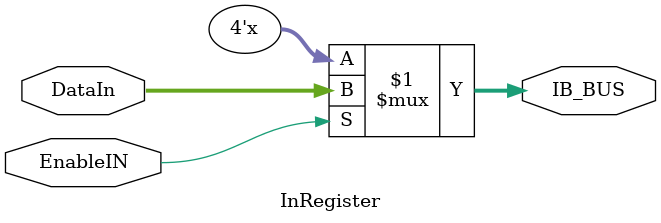
<source format=v>

`default_nettype none

module InRegister #
(
	parameter N = 4
)
(
	input EnableIN,
	input [N-1:0] DataIn,
	output [N-1:0] IB_BUS
);

	assign IB_BUS = (EnableIN) ? DataIn : {N{1'bz}};

endmodule

`default_nettype wire

</source>
